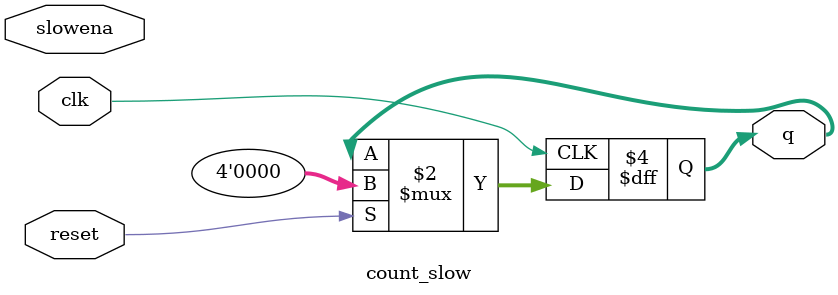
<source format=v>

module count_slow(
    input clk,
    input slowena,
    input reset,
    output reg [3:0] q);

// On the positive edge of the clock:
// if reset is high, reset the output q to 0. 
// Otherwise, only increment the output q if the ena input is high and q is not 9.
always @(posedge clk) begin
if(reset)
q <= 4'b0;
//if(slowena && ~q[3] && ena) 
//q <= q + 1;
end
endmodule

</source>
